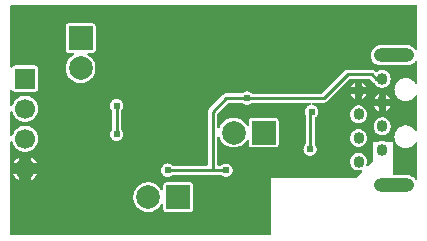
<source format=gbl>
G04 Layer: BottomLayer*
G04 EasyEDA v6.5.29, 2023-10-05 15:07:23*
G04 0de49d076cbe44b984db42f85a7ac8d1,cce8abda2c6f4e5b9eea80e955d706a9,10*
G04 Gerber Generator version 0.2*
G04 Scale: 100 percent, Rotated: No, Reflected: No *
G04 Dimensions in millimeters *
G04 leading zeros omitted , absolute positions ,4 integer and 5 decimal *
%FSLAX45Y45*%
%MOMM*%

%ADD10C,0.2540*%
%ADD11R,1.7000X1.7000*%
%ADD12C,1.7000*%
%ADD13R,2.0000X2.0000*%
%ADD14C,2.0000*%
%ADD15O,0.8999982X0.9999979999999999*%
%ADD16O,3.3999932X1.1999976*%
%ADD17C,0.6096*%
%ADD18C,0.0127*%

%LPD*%
G36*
X36068Y-1974088D02*
G01*
X32156Y-1973325D01*
X28905Y-1971090D01*
X26670Y-1967839D01*
X25908Y-1963928D01*
X25908Y-1188974D01*
X26771Y-1184859D01*
X29260Y-1181455D01*
X32867Y-1179322D01*
X37033Y-1178864D01*
X41046Y-1180134D01*
X44196Y-1182878D01*
X46075Y-1187246D01*
X51003Y-1200607D01*
X57556Y-1213205D01*
X65684Y-1224838D01*
X75234Y-1235354D01*
X86055Y-1244549D01*
X97993Y-1252321D01*
X110794Y-1258468D01*
X124256Y-1262938D01*
X138226Y-1265682D01*
X152400Y-1266596D01*
X166573Y-1265682D01*
X180543Y-1262938D01*
X194005Y-1258468D01*
X206806Y-1252321D01*
X218744Y-1244549D01*
X229565Y-1235354D01*
X239115Y-1224838D01*
X247243Y-1213205D01*
X253796Y-1200607D01*
X258724Y-1187246D01*
X261874Y-1173378D01*
X263245Y-1159256D01*
X262788Y-1145032D01*
X260502Y-1131011D01*
X256489Y-1117396D01*
X250698Y-1104392D01*
X243332Y-1092250D01*
X234492Y-1081125D01*
X224282Y-1071270D01*
X212902Y-1062786D01*
X200507Y-1055776D01*
X187350Y-1050442D01*
X173583Y-1046835D01*
X159512Y-1045057D01*
X145288Y-1045057D01*
X131216Y-1046835D01*
X117449Y-1050442D01*
X104292Y-1055776D01*
X91897Y-1062786D01*
X80518Y-1071270D01*
X70307Y-1081125D01*
X61467Y-1092250D01*
X54102Y-1104392D01*
X48361Y-1117396D01*
X45821Y-1125931D01*
X43840Y-1129538D01*
X40640Y-1132078D01*
X36677Y-1133195D01*
X32613Y-1132586D01*
X29108Y-1130401D01*
X26720Y-1127048D01*
X25908Y-1123035D01*
X25908Y-934974D01*
X26771Y-930859D01*
X29260Y-927455D01*
X32867Y-925321D01*
X37033Y-924864D01*
X41046Y-926134D01*
X44196Y-928878D01*
X46075Y-933246D01*
X51003Y-946607D01*
X57556Y-959205D01*
X65684Y-970838D01*
X75234Y-981354D01*
X86055Y-990549D01*
X97993Y-998321D01*
X110794Y-1004468D01*
X124256Y-1008938D01*
X138226Y-1011682D01*
X152400Y-1012596D01*
X166573Y-1011682D01*
X180543Y-1008938D01*
X194005Y-1004468D01*
X206806Y-998321D01*
X218744Y-990549D01*
X229565Y-981354D01*
X239115Y-970838D01*
X247243Y-959205D01*
X253796Y-946607D01*
X258724Y-933246D01*
X261874Y-919378D01*
X263245Y-905256D01*
X262788Y-891032D01*
X260502Y-877011D01*
X256489Y-863396D01*
X250698Y-850392D01*
X243332Y-838250D01*
X234492Y-827125D01*
X224282Y-817270D01*
X212902Y-808786D01*
X200507Y-801776D01*
X187350Y-796442D01*
X173583Y-792835D01*
X159512Y-791057D01*
X145288Y-791057D01*
X131216Y-792835D01*
X117449Y-796442D01*
X104292Y-801776D01*
X91897Y-808786D01*
X80518Y-817270D01*
X70307Y-827125D01*
X61467Y-838250D01*
X54102Y-850392D01*
X48361Y-863396D01*
X45821Y-871931D01*
X43840Y-875537D01*
X40640Y-878078D01*
X36677Y-879195D01*
X32613Y-878586D01*
X29108Y-876401D01*
X26720Y-873048D01*
X25908Y-869035D01*
X25908Y-750214D01*
X26822Y-745947D01*
X29464Y-742492D01*
X33274Y-740460D01*
X37592Y-740156D01*
X41656Y-741680D01*
X44653Y-744778D01*
X47193Y-748792D01*
X51308Y-752906D01*
X56184Y-756005D01*
X61671Y-757885D01*
X67970Y-758596D01*
X236829Y-758596D01*
X243128Y-757885D01*
X248615Y-756005D01*
X253492Y-752906D01*
X257606Y-748792D01*
X260705Y-743915D01*
X262585Y-738428D01*
X263296Y-732129D01*
X263296Y-563270D01*
X262585Y-556971D01*
X260705Y-551484D01*
X257606Y-546608D01*
X253492Y-542493D01*
X248615Y-539394D01*
X243128Y-537514D01*
X236829Y-536803D01*
X67970Y-536803D01*
X61671Y-537514D01*
X56184Y-539394D01*
X51308Y-542493D01*
X47193Y-546608D01*
X44653Y-550621D01*
X41656Y-553720D01*
X37592Y-555244D01*
X33274Y-554939D01*
X29464Y-552907D01*
X26822Y-549452D01*
X25908Y-545185D01*
X25908Y-36068D01*
X26670Y-32156D01*
X28905Y-28905D01*
X32156Y-26670D01*
X36068Y-25908D01*
X3463950Y-25908D01*
X3467811Y-26670D01*
X3471113Y-28905D01*
X3473297Y-32156D01*
X3474059Y-36068D01*
X3474059Y-395528D01*
X3473196Y-399643D01*
X3470757Y-403047D01*
X3467150Y-405180D01*
X3462934Y-405638D01*
X3458972Y-404368D01*
X3455771Y-401624D01*
X3449878Y-393750D01*
X3441242Y-385064D01*
X3431438Y-377748D01*
X3420668Y-371856D01*
X3409187Y-367588D01*
X3397199Y-364998D01*
X3384651Y-364083D01*
X3165348Y-364083D01*
X3152749Y-364998D01*
X3140811Y-367588D01*
X3129330Y-371856D01*
X3118561Y-377748D01*
X3108756Y-385064D01*
X3100070Y-393750D01*
X3092754Y-403555D01*
X3086862Y-414324D01*
X3082594Y-425805D01*
X3080004Y-437743D01*
X3079089Y-449986D01*
X3080004Y-462229D01*
X3082594Y-474167D01*
X3086862Y-485648D01*
X3092754Y-496417D01*
X3100070Y-506222D01*
X3108756Y-514908D01*
X3118561Y-522224D01*
X3129330Y-528116D01*
X3140811Y-532384D01*
X3152749Y-534974D01*
X3165348Y-535889D01*
X3384651Y-535889D01*
X3397199Y-534974D01*
X3409187Y-532384D01*
X3420668Y-528116D01*
X3431438Y-522224D01*
X3441242Y-514908D01*
X3449878Y-506222D01*
X3455771Y-498348D01*
X3458972Y-495604D01*
X3462934Y-494334D01*
X3467150Y-494792D01*
X3470757Y-496925D01*
X3473196Y-500329D01*
X3474059Y-504443D01*
X3474059Y-682498D01*
X3473196Y-686612D01*
X3470706Y-690067D01*
X3466998Y-692150D01*
X3462782Y-692556D01*
X3458768Y-691235D01*
X3455619Y-688340D01*
X3449370Y-679500D01*
X3440429Y-669899D01*
X3430270Y-661670D01*
X3419094Y-654862D01*
X3407105Y-649630D01*
X3394506Y-646125D01*
X3381552Y-644347D01*
X3368446Y-644347D01*
X3355492Y-646125D01*
X3342894Y-649630D01*
X3330905Y-654862D01*
X3319678Y-661670D01*
X3309569Y-669899D01*
X3300628Y-679500D01*
X3293059Y-690168D01*
X3287064Y-701802D01*
X3282645Y-714146D01*
X3280003Y-726948D01*
X3279089Y-740003D01*
X3280003Y-753059D01*
X3282645Y-765860D01*
X3287064Y-778205D01*
X3293059Y-789787D01*
X3300628Y-800506D01*
X3309569Y-810056D01*
X3319678Y-818337D01*
X3330905Y-825144D01*
X3342894Y-830326D01*
X3355492Y-833882D01*
X3368446Y-835660D01*
X3381552Y-835660D01*
X3394506Y-833882D01*
X3407105Y-830326D01*
X3419094Y-825144D01*
X3430270Y-818337D01*
X3440429Y-810056D01*
X3449370Y-800506D01*
X3455619Y-791667D01*
X3458768Y-788771D01*
X3462782Y-787400D01*
X3466998Y-787806D01*
X3470706Y-789940D01*
X3473196Y-793343D01*
X3474059Y-797509D01*
X3474059Y-1082497D01*
X3473196Y-1086612D01*
X3470706Y-1090066D01*
X3466998Y-1092149D01*
X3462782Y-1092555D01*
X3458768Y-1091234D01*
X3455619Y-1088339D01*
X3449370Y-1079500D01*
X3440429Y-1069898D01*
X3430270Y-1061669D01*
X3419094Y-1054862D01*
X3407105Y-1049629D01*
X3394506Y-1046124D01*
X3381552Y-1044346D01*
X3368446Y-1044346D01*
X3355492Y-1046124D01*
X3342894Y-1049629D01*
X3330905Y-1054862D01*
X3319678Y-1061669D01*
X3309569Y-1069898D01*
X3300628Y-1079500D01*
X3293059Y-1090168D01*
X3287064Y-1101801D01*
X3282645Y-1114145D01*
X3280003Y-1126947D01*
X3279089Y-1140002D01*
X3280003Y-1153058D01*
X3282645Y-1165860D01*
X3287064Y-1178204D01*
X3293059Y-1189786D01*
X3300628Y-1200505D01*
X3309569Y-1210056D01*
X3319678Y-1218336D01*
X3330905Y-1225143D01*
X3342894Y-1230325D01*
X3355492Y-1233881D01*
X3368446Y-1235659D01*
X3381552Y-1235659D01*
X3394506Y-1233881D01*
X3407105Y-1230325D01*
X3419094Y-1225143D01*
X3430270Y-1218336D01*
X3440429Y-1210056D01*
X3449370Y-1200505D01*
X3455619Y-1191666D01*
X3458768Y-1188770D01*
X3462782Y-1187399D01*
X3466998Y-1187805D01*
X3470706Y-1189939D01*
X3473196Y-1193342D01*
X3474059Y-1197508D01*
X3474059Y-1495552D01*
X3473196Y-1499666D01*
X3470757Y-1503070D01*
X3467150Y-1505153D01*
X3462934Y-1505661D01*
X3458972Y-1504391D01*
X3455771Y-1501597D01*
X3449878Y-1493723D01*
X3441242Y-1485087D01*
X3431438Y-1477721D01*
X3420668Y-1471879D01*
X3409187Y-1467561D01*
X3397199Y-1464970D01*
X3384651Y-1464056D01*
X3274060Y-1464056D01*
X3270148Y-1463294D01*
X3266897Y-1461109D01*
X3264662Y-1457807D01*
X3263900Y-1453896D01*
X3263900Y-1182116D01*
X3262884Y-1181100D01*
X3207410Y-1181100D01*
X3203498Y-1180338D01*
X3196894Y-1177594D01*
X3186074Y-1175004D01*
X3175000Y-1174140D01*
X3163925Y-1175004D01*
X3153105Y-1177594D01*
X3146501Y-1180338D01*
X3142589Y-1181100D01*
X3099816Y-1181100D01*
X3098800Y-1182116D01*
X3098800Y-1341983D01*
X3098038Y-1345895D01*
X3095802Y-1349197D01*
X3059734Y-1385265D01*
X3056077Y-1387602D01*
X3051759Y-1388211D01*
X3047593Y-1386941D01*
X3044342Y-1384046D01*
X3042615Y-1380032D01*
X3042666Y-1375714D01*
X3045002Y-1366062D01*
X3045917Y-1354582D01*
X3045917Y-1345387D01*
X3045002Y-1333906D01*
X3042412Y-1323086D01*
X3038144Y-1312824D01*
X3032353Y-1303324D01*
X3025089Y-1294892D01*
X3016656Y-1287678D01*
X3007156Y-1281836D01*
X2996895Y-1277569D01*
X2986074Y-1274978D01*
X2975000Y-1274114D01*
X2963926Y-1274978D01*
X2953105Y-1277569D01*
X2942793Y-1281836D01*
X2933344Y-1287678D01*
X2924860Y-1294892D01*
X2917647Y-1303324D01*
X2911856Y-1312824D01*
X2907588Y-1323086D01*
X2904998Y-1333906D01*
X2904083Y-1345387D01*
X2904083Y-1354582D01*
X2904998Y-1366062D01*
X2907588Y-1376883D01*
X2911856Y-1387195D01*
X2917647Y-1396644D01*
X2924860Y-1405128D01*
X2933344Y-1412341D01*
X2942793Y-1418132D01*
X2953105Y-1422400D01*
X2963926Y-1424990D01*
X2975000Y-1425854D01*
X2986074Y-1424990D01*
X2995676Y-1422704D01*
X3000044Y-1422603D01*
X3004007Y-1424330D01*
X3006902Y-1427632D01*
X3008172Y-1431798D01*
X3007614Y-1436116D01*
X3005226Y-1439773D01*
X2962097Y-1482902D01*
X2958795Y-1485138D01*
X2954883Y-1485900D01*
X2236216Y-1485900D01*
X2235200Y-1486916D01*
X2235200Y-1963928D01*
X2234438Y-1967839D01*
X2232202Y-1971090D01*
X2228951Y-1973325D01*
X2225040Y-1974088D01*
G37*

%LPC*%
G36*
X622300Y-684682D02*
G01*
X637489Y-683768D01*
X652424Y-681024D01*
X666953Y-676503D01*
X680821Y-670255D01*
X693826Y-662381D01*
X705764Y-653034D01*
X716534Y-642264D01*
X725881Y-630326D01*
X733755Y-617321D01*
X740003Y-603453D01*
X744524Y-588924D01*
X747268Y-573989D01*
X748182Y-558800D01*
X747268Y-543610D01*
X744524Y-528675D01*
X740003Y-514146D01*
X733755Y-500278D01*
X725881Y-487273D01*
X716534Y-475335D01*
X705764Y-464566D01*
X693826Y-455218D01*
X684479Y-449580D01*
X681329Y-446532D01*
X679704Y-442518D01*
X679958Y-438150D01*
X681990Y-434289D01*
X685495Y-431647D01*
X689762Y-430733D01*
X721715Y-430733D01*
X728065Y-429971D01*
X733501Y-428091D01*
X738428Y-424992D01*
X742492Y-420928D01*
X745591Y-416001D01*
X747471Y-410565D01*
X748233Y-404215D01*
X748233Y-205384D01*
X747471Y-199034D01*
X745591Y-193598D01*
X742492Y-188671D01*
X738428Y-184607D01*
X733501Y-181508D01*
X728065Y-179628D01*
X721715Y-178917D01*
X522884Y-178917D01*
X516534Y-179628D01*
X511098Y-181508D01*
X506171Y-184607D01*
X502107Y-188671D01*
X499008Y-193598D01*
X497128Y-199034D01*
X496417Y-205384D01*
X496417Y-404215D01*
X497128Y-410565D01*
X499008Y-416001D01*
X502107Y-420928D01*
X506171Y-424992D01*
X511098Y-428091D01*
X516534Y-429971D01*
X522884Y-430733D01*
X554837Y-430733D01*
X559104Y-431647D01*
X562610Y-434289D01*
X564642Y-438150D01*
X564896Y-442518D01*
X563270Y-446532D01*
X560120Y-449580D01*
X550773Y-455218D01*
X538835Y-464566D01*
X528066Y-475335D01*
X518718Y-487273D01*
X510844Y-500278D01*
X504596Y-514146D01*
X500075Y-528675D01*
X497332Y-543610D01*
X496417Y-558800D01*
X497332Y-573989D01*
X500075Y-588924D01*
X504596Y-603453D01*
X510844Y-617321D01*
X518718Y-630326D01*
X528066Y-642264D01*
X538835Y-653034D01*
X550773Y-662381D01*
X563778Y-670255D01*
X577646Y-676503D01*
X592175Y-681024D01*
X607110Y-683768D01*
G37*
G36*
X103530Y-1509014D02*
G01*
X103530Y-1458569D01*
X53086Y-1458569D01*
X57556Y-1467205D01*
X65684Y-1478838D01*
X75234Y-1489354D01*
X86055Y-1498549D01*
X97993Y-1506321D01*
G37*
G36*
X1358900Y-1478737D02*
G01*
X1368704Y-1477873D01*
X1378153Y-1475333D01*
X1387094Y-1471218D01*
X1395120Y-1465580D01*
X1396695Y-1464005D01*
X1399997Y-1461770D01*
X1403908Y-1461008D01*
X1809191Y-1461008D01*
X1813102Y-1461770D01*
X1816404Y-1464005D01*
X1817979Y-1465580D01*
X1826006Y-1471218D01*
X1834946Y-1475333D01*
X1844395Y-1477873D01*
X1854200Y-1478737D01*
X1864004Y-1477873D01*
X1873453Y-1475333D01*
X1882393Y-1471218D01*
X1890420Y-1465580D01*
X1897380Y-1458620D01*
X1903018Y-1450594D01*
X1907133Y-1441653D01*
X1909673Y-1432204D01*
X1910537Y-1422400D01*
X1909673Y-1412595D01*
X1907133Y-1403146D01*
X1903018Y-1394206D01*
X1897380Y-1386179D01*
X1890420Y-1379220D01*
X1882393Y-1373581D01*
X1873453Y-1369466D01*
X1864004Y-1366926D01*
X1854200Y-1366062D01*
X1844395Y-1366926D01*
X1834946Y-1369466D01*
X1826006Y-1373581D01*
X1817979Y-1379220D01*
X1816404Y-1380794D01*
X1813102Y-1383030D01*
X1809191Y-1383792D01*
X1788668Y-1383792D01*
X1784756Y-1383030D01*
X1781505Y-1380794D01*
X1779270Y-1377543D01*
X1778507Y-1373632D01*
X1778507Y-1147368D01*
X1779320Y-1143355D01*
X1781657Y-1140002D01*
X1785162Y-1137818D01*
X1789175Y-1137208D01*
X1793138Y-1138224D01*
X1796389Y-1140764D01*
X1798370Y-1144320D01*
X1799996Y-1149553D01*
X1806244Y-1163421D01*
X1814118Y-1176426D01*
X1823466Y-1188364D01*
X1834235Y-1199134D01*
X1846173Y-1208481D01*
X1859178Y-1216355D01*
X1873046Y-1222603D01*
X1887575Y-1227124D01*
X1902510Y-1229868D01*
X1917700Y-1230782D01*
X1932889Y-1229868D01*
X1947824Y-1227124D01*
X1962353Y-1222603D01*
X1976221Y-1216355D01*
X1989226Y-1208481D01*
X2001164Y-1199134D01*
X2011934Y-1188364D01*
X2021281Y-1176426D01*
X2026920Y-1167079D01*
X2029968Y-1163929D01*
X2033981Y-1162304D01*
X2038350Y-1162558D01*
X2042210Y-1164590D01*
X2044852Y-1168095D01*
X2045766Y-1172362D01*
X2045766Y-1204315D01*
X2046528Y-1210665D01*
X2048408Y-1216101D01*
X2051507Y-1221028D01*
X2055571Y-1225092D01*
X2060498Y-1228191D01*
X2065934Y-1230071D01*
X2072284Y-1230833D01*
X2271115Y-1230833D01*
X2277465Y-1230071D01*
X2282901Y-1228191D01*
X2287828Y-1225092D01*
X2291892Y-1221028D01*
X2294991Y-1216101D01*
X2296871Y-1210665D01*
X2297633Y-1204315D01*
X2297633Y-1005484D01*
X2296871Y-999134D01*
X2294991Y-993698D01*
X2291892Y-988771D01*
X2287828Y-984707D01*
X2282901Y-981608D01*
X2277465Y-979728D01*
X2271115Y-979017D01*
X2072284Y-979017D01*
X2065934Y-979728D01*
X2060498Y-981608D01*
X2055571Y-984707D01*
X2051507Y-988771D01*
X2048408Y-993698D01*
X2046528Y-999134D01*
X2045766Y-1005484D01*
X2045766Y-1037437D01*
X2044852Y-1041704D01*
X2042210Y-1045210D01*
X2038350Y-1047242D01*
X2033981Y-1047496D01*
X2029968Y-1045870D01*
X2026920Y-1042720D01*
X2021281Y-1033373D01*
X2011934Y-1021435D01*
X2001164Y-1010666D01*
X1989226Y-1001318D01*
X1976221Y-993444D01*
X1962353Y-987196D01*
X1947824Y-982675D01*
X1932889Y-979932D01*
X1917700Y-979017D01*
X1902510Y-979932D01*
X1887575Y-982675D01*
X1873046Y-987196D01*
X1859178Y-993444D01*
X1846173Y-1001318D01*
X1834235Y-1010666D01*
X1823466Y-1021435D01*
X1814118Y-1033373D01*
X1806244Y-1046378D01*
X1799996Y-1060246D01*
X1798370Y-1065479D01*
X1796389Y-1069035D01*
X1793138Y-1071575D01*
X1789175Y-1072591D01*
X1785162Y-1071981D01*
X1781657Y-1069797D01*
X1779320Y-1066444D01*
X1778507Y-1062431D01*
X1778507Y-947318D01*
X1779270Y-943406D01*
X1781505Y-940104D01*
X1868220Y-853338D01*
X1871522Y-851153D01*
X1875434Y-850392D01*
X1986991Y-850392D01*
X1990902Y-851153D01*
X1994204Y-853338D01*
X1995779Y-854964D01*
X2003806Y-860602D01*
X2012746Y-864717D01*
X2022195Y-867257D01*
X2032000Y-868121D01*
X2041804Y-867257D01*
X2051253Y-864717D01*
X2060193Y-860602D01*
X2072081Y-852169D01*
X2075942Y-851408D01*
X2566517Y-851408D01*
X2570581Y-852271D01*
X2573985Y-854659D01*
X2576118Y-858215D01*
X2576677Y-862330D01*
X2575509Y-866292D01*
X2572867Y-869492D01*
X2569159Y-871372D01*
X2558846Y-874166D01*
X2549906Y-878281D01*
X2541879Y-883919D01*
X2534920Y-890879D01*
X2529281Y-898906D01*
X2525166Y-907846D01*
X2522626Y-917295D01*
X2521762Y-927100D01*
X2522626Y-936904D01*
X2525166Y-946353D01*
X2525826Y-947877D01*
X2526792Y-952144D01*
X2526792Y-1199591D01*
X2526030Y-1203502D01*
X2523794Y-1206804D01*
X2522220Y-1208379D01*
X2516581Y-1216406D01*
X2512466Y-1225346D01*
X2509926Y-1234795D01*
X2509062Y-1244600D01*
X2509926Y-1254404D01*
X2512466Y-1263853D01*
X2516581Y-1272794D01*
X2522220Y-1280820D01*
X2529179Y-1287780D01*
X2537206Y-1293418D01*
X2546146Y-1297533D01*
X2555595Y-1300073D01*
X2565400Y-1300937D01*
X2575204Y-1300073D01*
X2584653Y-1297533D01*
X2593594Y-1293418D01*
X2601620Y-1287780D01*
X2608580Y-1280820D01*
X2614218Y-1272794D01*
X2618333Y-1263853D01*
X2620873Y-1254404D01*
X2621737Y-1244600D01*
X2620873Y-1234795D01*
X2618333Y-1225346D01*
X2614218Y-1216406D01*
X2608580Y-1208379D01*
X2607005Y-1206804D01*
X2604770Y-1203502D01*
X2604008Y-1199591D01*
X2604008Y-982776D01*
X2604516Y-979576D01*
X2606040Y-976731D01*
X2608326Y-974445D01*
X2614320Y-970280D01*
X2621280Y-963320D01*
X2626918Y-955294D01*
X2631033Y-946353D01*
X2633573Y-936904D01*
X2634437Y-927100D01*
X2633573Y-917295D01*
X2631033Y-907846D01*
X2626918Y-898906D01*
X2621280Y-890879D01*
X2614320Y-883919D01*
X2606294Y-878281D01*
X2597353Y-874166D01*
X2587040Y-871372D01*
X2583332Y-869492D01*
X2580690Y-866292D01*
X2579522Y-862330D01*
X2580081Y-858215D01*
X2582214Y-854659D01*
X2585618Y-852271D01*
X2589682Y-851408D01*
X2679192Y-851408D01*
X2687218Y-850595D01*
X2694432Y-848410D01*
X2701137Y-844854D01*
X2707335Y-839724D01*
X2895904Y-651205D01*
X2899206Y-648970D01*
X2903118Y-648208D01*
X3065881Y-648208D01*
X3069793Y-648970D01*
X3073095Y-651205D01*
X3098850Y-676910D01*
X3105048Y-682040D01*
X3110230Y-685190D01*
X3111906Y-687273D01*
X3117646Y-696671D01*
X3124860Y-705104D01*
X3133344Y-712317D01*
X3142792Y-718159D01*
X3153105Y-722426D01*
X3163925Y-725017D01*
X3175000Y-725881D01*
X3186074Y-725017D01*
X3196894Y-722426D01*
X3207156Y-718159D01*
X3216656Y-712317D01*
X3225088Y-705104D01*
X3232353Y-696671D01*
X3238144Y-687171D01*
X3242411Y-676910D01*
X3245002Y-666089D01*
X3245916Y-654608D01*
X3245916Y-645414D01*
X3245002Y-633933D01*
X3242411Y-623112D01*
X3238144Y-612800D01*
X3232353Y-603351D01*
X3225088Y-594868D01*
X3216656Y-587654D01*
X3207156Y-581863D01*
X3196894Y-577596D01*
X3186074Y-575005D01*
X3175000Y-574141D01*
X3163925Y-575005D01*
X3153105Y-577596D01*
X3142792Y-581863D01*
X3129330Y-590143D01*
X3125622Y-590702D01*
X3121964Y-589838D01*
X3118815Y-587756D01*
X3113735Y-582676D01*
X3107537Y-577545D01*
X3100832Y-573989D01*
X3093618Y-571804D01*
X3085592Y-570992D01*
X2883408Y-570992D01*
X2875381Y-571804D01*
X2868168Y-573989D01*
X2861462Y-577545D01*
X2855264Y-582676D01*
X2666695Y-771194D01*
X2663393Y-773430D01*
X2659481Y-774192D01*
X2078024Y-774192D01*
X2074113Y-773430D01*
X2070811Y-771194D01*
X2068220Y-768604D01*
X2060193Y-762965D01*
X2051253Y-758850D01*
X2041804Y-756310D01*
X2032000Y-755446D01*
X2022195Y-756310D01*
X2012746Y-758850D01*
X2003806Y-762965D01*
X1995779Y-768604D01*
X1994204Y-770178D01*
X1990902Y-772414D01*
X1986991Y-773176D01*
X1855724Y-773176D01*
X1847697Y-773938D01*
X1840484Y-776173D01*
X1833778Y-779729D01*
X1827580Y-784809D01*
X1712975Y-899464D01*
X1707845Y-905662D01*
X1704289Y-912368D01*
X1702104Y-919581D01*
X1701292Y-927608D01*
X1701292Y-1373632D01*
X1700530Y-1377543D01*
X1698294Y-1380794D01*
X1695043Y-1383030D01*
X1691132Y-1383792D01*
X1403908Y-1383792D01*
X1399997Y-1383030D01*
X1396695Y-1380794D01*
X1395120Y-1379220D01*
X1387094Y-1373581D01*
X1378153Y-1369466D01*
X1368704Y-1366926D01*
X1358900Y-1366062D01*
X1349095Y-1366926D01*
X1339646Y-1369466D01*
X1330706Y-1373581D01*
X1322679Y-1379220D01*
X1315720Y-1386179D01*
X1310081Y-1394206D01*
X1305966Y-1403146D01*
X1303426Y-1412595D01*
X1302562Y-1422400D01*
X1303426Y-1432204D01*
X1305966Y-1441653D01*
X1310081Y-1450594D01*
X1315720Y-1458620D01*
X1322679Y-1465580D01*
X1330706Y-1471218D01*
X1339646Y-1475333D01*
X1349095Y-1477873D01*
G37*
G36*
X201269Y-1360830D02*
G01*
X251815Y-1360830D01*
X250698Y-1358392D01*
X243332Y-1346250D01*
X234492Y-1335125D01*
X224282Y-1325270D01*
X212902Y-1316786D01*
X201269Y-1310233D01*
G37*
G36*
X52984Y-1360830D02*
G01*
X103530Y-1360830D01*
X103530Y-1310233D01*
X91897Y-1316786D01*
X80518Y-1325270D01*
X70307Y-1335125D01*
X61467Y-1346250D01*
X54102Y-1358392D01*
G37*
G36*
X2975000Y-1225854D02*
G01*
X2986074Y-1224991D01*
X2996895Y-1222400D01*
X3007156Y-1218133D01*
X3016656Y-1212342D01*
X3025089Y-1205128D01*
X3032353Y-1196644D01*
X3038144Y-1187196D01*
X3042412Y-1176883D01*
X3045002Y-1166063D01*
X3045917Y-1154582D01*
X3045917Y-1145387D01*
X3045002Y-1133906D01*
X3042412Y-1123086D01*
X3038144Y-1112824D01*
X3032353Y-1103325D01*
X3025089Y-1094892D01*
X3016656Y-1087678D01*
X3007156Y-1081836D01*
X2996895Y-1077569D01*
X2986074Y-1074978D01*
X2975000Y-1074115D01*
X2963926Y-1074978D01*
X2953105Y-1077569D01*
X2942793Y-1081836D01*
X2933344Y-1087678D01*
X2924860Y-1094892D01*
X2917647Y-1103325D01*
X2911856Y-1112824D01*
X2907588Y-1123086D01*
X2904998Y-1133906D01*
X2904083Y-1145387D01*
X2904083Y-1154582D01*
X2904998Y-1166063D01*
X2907588Y-1176883D01*
X2911856Y-1187196D01*
X2917647Y-1196644D01*
X2924860Y-1205128D01*
X2933344Y-1212342D01*
X2942793Y-1218133D01*
X2953105Y-1222400D01*
X2963926Y-1224991D01*
G37*
G36*
X927100Y-1173937D02*
G01*
X936904Y-1173073D01*
X946353Y-1170533D01*
X955294Y-1166418D01*
X963320Y-1160780D01*
X970280Y-1153820D01*
X975918Y-1145794D01*
X980033Y-1136853D01*
X982573Y-1127404D01*
X983437Y-1117600D01*
X982573Y-1107795D01*
X980033Y-1098346D01*
X975918Y-1089406D01*
X970280Y-1081379D01*
X968705Y-1079804D01*
X966469Y-1076502D01*
X965708Y-1072591D01*
X965708Y-921308D01*
X966469Y-917397D01*
X968705Y-914095D01*
X970280Y-912520D01*
X975918Y-904494D01*
X980033Y-895553D01*
X982573Y-886104D01*
X983437Y-876300D01*
X982573Y-866495D01*
X980033Y-857046D01*
X975918Y-848106D01*
X970280Y-840079D01*
X963320Y-833119D01*
X955294Y-827481D01*
X946353Y-823366D01*
X936904Y-820826D01*
X927100Y-819962D01*
X917295Y-820826D01*
X907846Y-823366D01*
X898906Y-827481D01*
X890879Y-833119D01*
X883919Y-840079D01*
X878281Y-848106D01*
X874166Y-857046D01*
X871626Y-866495D01*
X870762Y-876300D01*
X871626Y-886104D01*
X874166Y-895553D01*
X878281Y-904494D01*
X883919Y-912520D01*
X885494Y-914095D01*
X887730Y-917397D01*
X888492Y-921308D01*
X888492Y-1072591D01*
X887730Y-1076502D01*
X885494Y-1079804D01*
X883919Y-1081379D01*
X878281Y-1089406D01*
X874166Y-1098346D01*
X871626Y-1107795D01*
X870762Y-1117600D01*
X871626Y-1127404D01*
X874166Y-1136853D01*
X878281Y-1145794D01*
X883919Y-1153820D01*
X890879Y-1160780D01*
X898906Y-1166418D01*
X907846Y-1170533D01*
X917295Y-1173073D01*
G37*
G36*
X3175000Y-1125880D02*
G01*
X3186074Y-1125016D01*
X3196894Y-1122426D01*
X3207156Y-1118158D01*
X3216656Y-1112316D01*
X3225088Y-1105103D01*
X3232353Y-1096670D01*
X3238144Y-1087170D01*
X3242411Y-1076909D01*
X3245002Y-1066088D01*
X3245916Y-1054608D01*
X3245916Y-1045413D01*
X3245002Y-1033932D01*
X3242411Y-1023112D01*
X3238144Y-1012799D01*
X3232353Y-1003350D01*
X3225088Y-994867D01*
X3216656Y-987653D01*
X3207156Y-981862D01*
X3196894Y-977595D01*
X3186074Y-975004D01*
X3175000Y-974140D01*
X3163925Y-975004D01*
X3153105Y-977595D01*
X3142792Y-981862D01*
X3133344Y-987653D01*
X3124860Y-994867D01*
X3117646Y-1003350D01*
X3111855Y-1012799D01*
X3107588Y-1023112D01*
X3104997Y-1033932D01*
X3104083Y-1045413D01*
X3104083Y-1054608D01*
X3104997Y-1066088D01*
X3107588Y-1076909D01*
X3111855Y-1087170D01*
X3117646Y-1096670D01*
X3124860Y-1105103D01*
X3133344Y-1112316D01*
X3142792Y-1118158D01*
X3153105Y-1122426D01*
X3163925Y-1125016D01*
G37*
G36*
X1348384Y-1776933D02*
G01*
X1547215Y-1776933D01*
X1553565Y-1776171D01*
X1559001Y-1774291D01*
X1563928Y-1771192D01*
X1567992Y-1767128D01*
X1571091Y-1762201D01*
X1572971Y-1756765D01*
X1573733Y-1750415D01*
X1573733Y-1551584D01*
X1572971Y-1545234D01*
X1571091Y-1539798D01*
X1567992Y-1534871D01*
X1563928Y-1530807D01*
X1559001Y-1527708D01*
X1553565Y-1525828D01*
X1547215Y-1525117D01*
X1348384Y-1525117D01*
X1342034Y-1525828D01*
X1336598Y-1527708D01*
X1331671Y-1530807D01*
X1327607Y-1534871D01*
X1324508Y-1539798D01*
X1322628Y-1545234D01*
X1321917Y-1551584D01*
X1321917Y-1583537D01*
X1320952Y-1587804D01*
X1318310Y-1591310D01*
X1314450Y-1593342D01*
X1310081Y-1593596D01*
X1306068Y-1591970D01*
X1303020Y-1588820D01*
X1297381Y-1579473D01*
X1288034Y-1567535D01*
X1277264Y-1556766D01*
X1265326Y-1547418D01*
X1252321Y-1539544D01*
X1238453Y-1533296D01*
X1223924Y-1528775D01*
X1208989Y-1526032D01*
X1193800Y-1525117D01*
X1178610Y-1526032D01*
X1163675Y-1528775D01*
X1149146Y-1533296D01*
X1135278Y-1539544D01*
X1122273Y-1547418D01*
X1110335Y-1556766D01*
X1099566Y-1567535D01*
X1090218Y-1579473D01*
X1082344Y-1592478D01*
X1076096Y-1606346D01*
X1071575Y-1620875D01*
X1068832Y-1635810D01*
X1067917Y-1651000D01*
X1068832Y-1666189D01*
X1071575Y-1681124D01*
X1076096Y-1695653D01*
X1082344Y-1709521D01*
X1090218Y-1722526D01*
X1099566Y-1734464D01*
X1110335Y-1745234D01*
X1122273Y-1754581D01*
X1135278Y-1762455D01*
X1149146Y-1768703D01*
X1163675Y-1773224D01*
X1178610Y-1775968D01*
X1193800Y-1776882D01*
X1208989Y-1775968D01*
X1223924Y-1773224D01*
X1238453Y-1768703D01*
X1252321Y-1762455D01*
X1265326Y-1754581D01*
X1277264Y-1745234D01*
X1288034Y-1734464D01*
X1297381Y-1722526D01*
X1303020Y-1713179D01*
X1306068Y-1710029D01*
X1310081Y-1708404D01*
X1314450Y-1708657D01*
X1318310Y-1710689D01*
X1320952Y-1714195D01*
X1321917Y-1718462D01*
X1321917Y-1750415D01*
X1322628Y-1756765D01*
X1324508Y-1762201D01*
X1327607Y-1767128D01*
X1331671Y-1771192D01*
X1336598Y-1774291D01*
X1342034Y-1776171D01*
G37*
G36*
X201269Y-1509014D02*
G01*
X206806Y-1506321D01*
X218744Y-1498549D01*
X229565Y-1489354D01*
X239115Y-1478838D01*
X247243Y-1467205D01*
X251714Y-1458569D01*
X201269Y-1458569D01*
G37*
G36*
X3146145Y-919530D02*
G01*
X3146145Y-881329D01*
X3109417Y-881329D01*
X3111855Y-887171D01*
X3117646Y-896670D01*
X3124860Y-905103D01*
X3133344Y-912317D01*
X3142792Y-918159D01*
G37*
G36*
X3203854Y-919530D02*
G01*
X3207156Y-918159D01*
X3216656Y-912317D01*
X3225088Y-905103D01*
X3232353Y-896670D01*
X3238144Y-887171D01*
X3240582Y-881329D01*
X3203854Y-881329D01*
G37*
G36*
X2946146Y-819505D02*
G01*
X2946146Y-781354D01*
X2909417Y-781354D01*
X2911856Y-787196D01*
X2917647Y-796645D01*
X2924860Y-805129D01*
X2933344Y-812342D01*
X2942793Y-818134D01*
G37*
G36*
X3003854Y-819505D02*
G01*
X3007156Y-818134D01*
X3016656Y-812342D01*
X3025089Y-805129D01*
X3032353Y-796645D01*
X3038144Y-787196D01*
X3040583Y-781354D01*
X3003854Y-781354D01*
G37*
G36*
X3109417Y-818641D02*
G01*
X3146145Y-818641D01*
X3146145Y-780491D01*
X3142792Y-781862D01*
X3133344Y-787654D01*
X3124860Y-794867D01*
X3117646Y-803351D01*
X3111855Y-812800D01*
G37*
G36*
X3203854Y-818641D02*
G01*
X3240582Y-818641D01*
X3238144Y-812800D01*
X3232353Y-803351D01*
X3225088Y-794867D01*
X3216656Y-787654D01*
X3207156Y-781862D01*
X3203854Y-780491D01*
G37*
G36*
X3003854Y-718667D02*
G01*
X3040583Y-718667D01*
X3038144Y-712825D01*
X3032353Y-703326D01*
X3025089Y-694893D01*
X3016656Y-687679D01*
X3007156Y-681837D01*
X3003854Y-680466D01*
G37*
G36*
X2909417Y-718667D02*
G01*
X2946146Y-718667D01*
X2946146Y-680466D01*
X2942793Y-681837D01*
X2933344Y-687679D01*
X2924860Y-694893D01*
X2917647Y-703326D01*
X2911856Y-712825D01*
G37*
G36*
X2975000Y-1025855D02*
G01*
X2986074Y-1024991D01*
X2996895Y-1022400D01*
X3007156Y-1018133D01*
X3016656Y-1012342D01*
X3025089Y-1005128D01*
X3032353Y-996645D01*
X3038144Y-987196D01*
X3042412Y-976884D01*
X3045002Y-966063D01*
X3045917Y-954582D01*
X3045917Y-945387D01*
X3045002Y-933907D01*
X3042412Y-923086D01*
X3038144Y-912825D01*
X3032353Y-903325D01*
X3025089Y-894892D01*
X3016656Y-887679D01*
X3007156Y-881837D01*
X2996895Y-877569D01*
X2986074Y-874979D01*
X2975000Y-874115D01*
X2963926Y-874979D01*
X2953105Y-877569D01*
X2942793Y-881837D01*
X2933344Y-887679D01*
X2924860Y-894892D01*
X2917647Y-903325D01*
X2911856Y-912825D01*
X2907588Y-923086D01*
X2904998Y-933907D01*
X2904083Y-945387D01*
X2904083Y-954582D01*
X2904998Y-966063D01*
X2907588Y-976884D01*
X2911856Y-987196D01*
X2917647Y-996645D01*
X2924860Y-1005128D01*
X2933344Y-1012342D01*
X2942793Y-1018133D01*
X2953105Y-1022400D01*
X2963926Y-1024991D01*
G37*

%LPD*%
D10*
X2032000Y-812800D02*
G01*
X2679700Y-812800D01*
X2882900Y-609600D01*
X3086100Y-609600D01*
X3126486Y-649986D01*
X3175000Y-649986D01*
X2565400Y-1244600D02*
G01*
X2565400Y-939800D01*
X2578100Y-927100D01*
X2032000Y-811778D02*
G01*
X1855221Y-811778D01*
X1739900Y-927100D01*
X1739900Y-1422400D01*
X1854200Y-1422400D02*
G01*
X1358900Y-1422400D01*
X927100Y-1117600D02*
G01*
X927100Y-876300D01*
D11*
G01*
X152400Y-647700D03*
D12*
G01*
X152400Y-901700D03*
G01*
X152400Y-1155700D03*
G01*
X152400Y-1409700D03*
D13*
G01*
X622300Y-304800D03*
D14*
G01*
X622300Y-558800D03*
D13*
G01*
X2171700Y-1104900D03*
D14*
G01*
X1917700Y-1104900D03*
D13*
G01*
X1447800Y-1651000D03*
D14*
G01*
X1193800Y-1651000D03*
D15*
G01*
X2974992Y-749998D03*
G01*
X3174994Y-849998D03*
G01*
X2974992Y-949998D03*
G01*
X3174994Y-1049997D03*
G01*
X2974992Y-1149997D03*
G01*
X3174994Y-1249997D03*
G01*
X2974992Y-1349997D03*
D16*
G01*
X3274994Y-449999D03*
D15*
G01*
X3174994Y-649998D03*
D16*
G01*
X3274994Y-1549996D03*
D17*
G01*
X927100Y-1117600D03*
G01*
X927100Y-876300D03*
G01*
X1854200Y-1422400D03*
G01*
X1358900Y-1422400D03*
G01*
X2032000Y-811778D03*
G01*
X2565400Y-1244600D03*
G01*
X2578100Y-927100D03*
G01*
X2057400Y-152400D03*
G01*
X1079500Y-127000D03*
G01*
X1143000Y-127000D03*
G01*
X1206500Y-127000D03*
G01*
X1143000Y-774700D03*
G01*
X2019300Y-1752600D03*
G01*
X1955800Y-1752600D03*
G01*
X2362200Y-584200D03*
G01*
X2311400Y-584200D03*
G01*
X2463800Y-723900D03*
G01*
X508000Y-1028700D03*
G01*
X622300Y-774700D03*
G01*
X1308100Y-1104900D03*
G01*
X1714500Y-406400D03*
M02*

</source>
